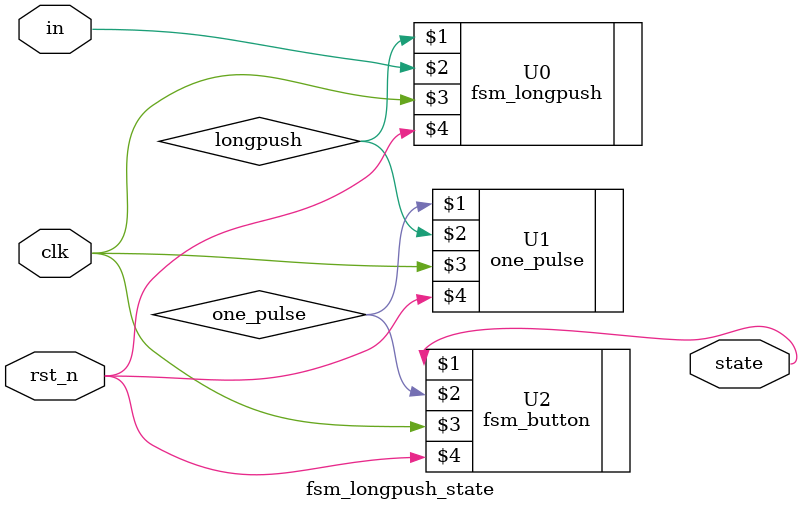
<source format=v>
`timescale 1ns / 1ps


module fsm_longpush_state(
    output state,
    input in,
    input clk,
    input rst_n
    );
    
    wire longpush;
    wire one_pulse;
    
    fsm_longpush U0 (longpush, in, clk, rst_n);
    one_pulse U1 (one_pulse, longpush, clk, rst_n);
    fsm_button U2 (state, one_pulse, clk, rst_n);
    
endmodule

</source>
